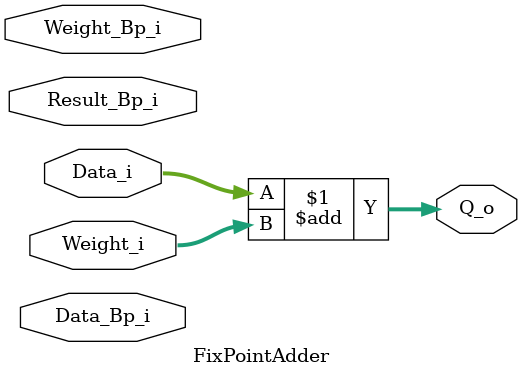
<source format=v>
module  FixPointAdder(
    input   wire signed   [31:0]              Data_i,
    input   wire signed   [31:0]              Weight_i,
    input   wire    [3:0]               Data_Bp_i,
    input   wire    [3:0]               Weight_Bp_i,
    input   wire    [3:0]               Result_Bp_i,
    output  wire signed  [31:0]              Q_o

);

// wire                Sd,Sw,Sr;           //保存符号位

// assign  Sd      =   Data_i[7];      //数据符号位
// assign  Sw      =   Weight_i[7];    //权重符号位


//数据绝对值，抹去符号位，采用32bit寄存器，小数点在中间，第 16 位
// wire    [30:0]      AbsD;
// wire    [30:0]      AbsW;

// assign  AbsD    =   Data_i  [14:0] <<  (5'd16   -   Data_Bp_i); 
// assign  AbsW    =   Weight_i[14:0] <<  (5'd16   -   Weight_Bp_i); 

// wire                Big0,NeS;

// assign  NeS     =   Sd ^ Sw;
// assign  Big0    =   AbsD > AbsW;

// wire    [30:0] AbsResult;

// assign  AbsResult   =   ~NeS    ?   AbsD + AbsW :   (
                        // Big0    ?   AbsD - AbsW :   AbsW - AbsD) ;

// wire    SResult;

// assign  SResult =   ~NeS    ?   Sd  :   (
                    // Big0    ?   Sd  :   Sw);

//输出对齐
// wire    [14:0] AbsResult_15;
// assign  AbsResult_15   = AbsResult >> (5'd16   -   Result_Bp_i)  ;                    

// assign  Q_o =   {SResult,AbsResult_15};

assign Q_o=Data_i+Weight_i;

endmodule

</source>
